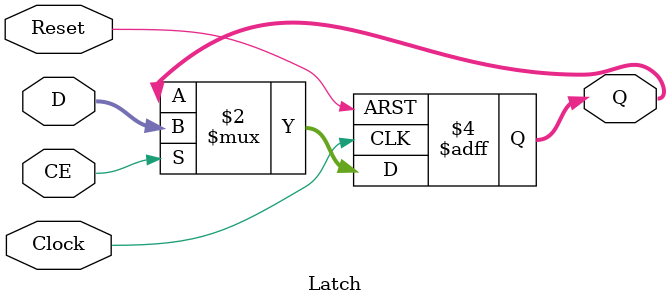
<source format=v>
`timescale 1ns / 1ps



module Latch(
    input Clock,
    input Reset,
    input CE,
    input [31:0] D,
    output reg [31:0] Q
    );
    
always @(posedge Clock or posedge Reset)
begin
   if (Reset)
      Q <= 32'd0;
      else if (CE)
          Q <= D;
end
endmodule

</source>
